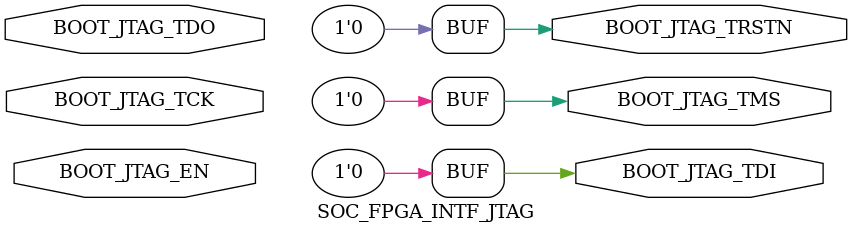
<source format=v>
`timescale 1ns/1ps
`celldefine

module SOC_FPGA_INTF_JTAG (
  input BOOT_JTAG_TCK, // JTAG TCK
  output reg BOOT_JTAG_TDI = 1'b0, // JTAG TDI
  input BOOT_JTAG_TDO, // JTAG TDO
  output reg BOOT_JTAG_TMS = 1'b0, // JTAG TMS
  output reg BOOT_JTAG_TRSTN = 1'b0, // JTAG TRSTN
  input BOOT_JTAG_EN // JTAG enable
);

endmodule
`endcelldefine

</source>
